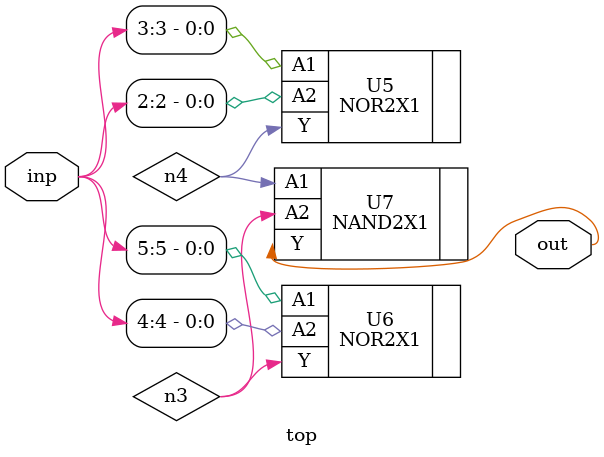
<source format=sv>


module top ( inp, out );
  input [5:0] inp;
  output out;
  wire   n3, n4;

  NOR2X1 U5 ( .A1(inp[3]), .A2(inp[2]), .Y(n4) );
  NOR2X1 U6 ( .A1(inp[5]), .A2(inp[4]), .Y(n3) );
  NAND2X1 U7 ( .A1(n4), .A2(n3), .Y(out) );
endmodule


</source>
